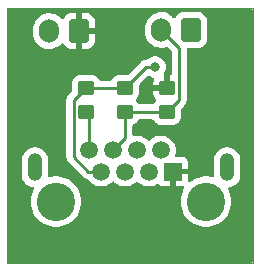
<source format=gbr>
G04 #@! TF.GenerationSoftware,KiCad,Pcbnew,7.0.2*
G04 #@! TF.CreationDate,2023-08-07T19:19:30-05:00*
G04 #@! TF.ProjectId,RJ45GoButton,524a3435-476f-4427-9574-746f6e2e6b69,rev?*
G04 #@! TF.SameCoordinates,Original*
G04 #@! TF.FileFunction,Copper,L2,Bot*
G04 #@! TF.FilePolarity,Positive*
%FSLAX46Y46*%
G04 Gerber Fmt 4.6, Leading zero omitted, Abs format (unit mm)*
G04 Created by KiCad (PCBNEW 7.0.2) date 2023-08-07 19:19:30*
%MOMM*%
%LPD*%
G01*
G04 APERTURE LIST*
G04 Aperture macros list*
%AMRoundRect*
0 Rectangle with rounded corners*
0 $1 Rounding radius*
0 $2 $3 $4 $5 $6 $7 $8 $9 X,Y pos of 4 corners*
0 Add a 4 corners polygon primitive as box body*
4,1,4,$2,$3,$4,$5,$6,$7,$8,$9,$2,$3,0*
0 Add four circle primitives for the rounded corners*
1,1,$1+$1,$2,$3*
1,1,$1+$1,$4,$5*
1,1,$1+$1,$6,$7*
1,1,$1+$1,$8,$9*
0 Add four rect primitives between the rounded corners*
20,1,$1+$1,$2,$3,$4,$5,0*
20,1,$1+$1,$4,$5,$6,$7,0*
20,1,$1+$1,$6,$7,$8,$9,0*
20,1,$1+$1,$8,$9,$2,$3,0*%
G04 Aperture macros list end*
G04 #@! TA.AperFunction,ComponentPad*
%ADD10RoundRect,0.250000X0.600000X0.750000X-0.600000X0.750000X-0.600000X-0.750000X0.600000X-0.750000X0*%
G04 #@! TD*
G04 #@! TA.AperFunction,ComponentPad*
%ADD11O,1.700000X2.000000*%
G04 #@! TD*
G04 #@! TA.AperFunction,WasherPad*
%ADD12C,3.250000*%
G04 #@! TD*
G04 #@! TA.AperFunction,ComponentPad*
%ADD13R,1.500000X1.500000*%
G04 #@! TD*
G04 #@! TA.AperFunction,ComponentPad*
%ADD14C,1.500000*%
G04 #@! TD*
G04 #@! TA.AperFunction,ComponentPad*
%ADD15O,1.259000X2.362000*%
G04 #@! TD*
G04 #@! TA.AperFunction,SMDPad,CuDef*
%ADD16RoundRect,0.250000X-0.450000X0.350000X-0.450000X-0.350000X0.450000X-0.350000X0.450000X0.350000X0*%
G04 #@! TD*
G04 #@! TA.AperFunction,ViaPad*
%ADD17C,0.800000*%
G04 #@! TD*
G04 #@! TA.AperFunction,Conductor*
%ADD18C,0.250000*%
G04 #@! TD*
G04 #@! TA.AperFunction,Profile*
%ADD19C,0.050000*%
G04 #@! TD*
G04 APERTURE END LIST*
D10*
X155940000Y-94400000D03*
D11*
X153440000Y-94400000D03*
D10*
X146450000Y-94490000D03*
D11*
X143950000Y-94490000D03*
D12*
X144529080Y-108922820D03*
X157229080Y-108922820D03*
D13*
X154428380Y-106382820D03*
D14*
X153408380Y-104602820D03*
X152398380Y-106382820D03*
X151378380Y-104602820D03*
X150368380Y-106382820D03*
X149348380Y-104602820D03*
X148338380Y-106382820D03*
X147318380Y-104602820D03*
D15*
X142749080Y-106020870D03*
X159009080Y-106020870D03*
D16*
X150368000Y-99330000D03*
X150368000Y-101330000D03*
X147066000Y-99314000D03*
X147066000Y-101314000D03*
X153924000Y-101346000D03*
X153924000Y-99346000D03*
D17*
X149860000Y-95250000D03*
X159258000Y-112522000D03*
X152146000Y-99568000D03*
X159258000Y-100584000D03*
X151130000Y-112268000D03*
X141732000Y-112268000D03*
X143002000Y-101346000D03*
X152908000Y-97536000D03*
D18*
X154949000Y-95909000D02*
X153440000Y-94400000D01*
X150368000Y-103583200D02*
X150368000Y-101330000D01*
X150368000Y-101330000D02*
X153908000Y-101330000D01*
X154949000Y-100321000D02*
X154949000Y-95909000D01*
X153924000Y-101346000D02*
X154949000Y-100321000D01*
X153908000Y-101330000D02*
X153924000Y-101346000D01*
X149348380Y-104602820D02*
X150368000Y-103583200D01*
X150368000Y-99330000D02*
X152162000Y-97536000D01*
X146041000Y-105146100D02*
X146041000Y-100339000D01*
X152162000Y-97536000D02*
X152908000Y-97536000D01*
X147277720Y-106382820D02*
X146041000Y-105146100D01*
X146041000Y-100339000D02*
X147066000Y-99314000D01*
X150352000Y-99314000D02*
X150368000Y-99330000D01*
X148338380Y-106382820D02*
X147277720Y-106382820D01*
X147066000Y-99314000D02*
X150352000Y-99314000D01*
X147318380Y-101566380D02*
X147066000Y-101314000D01*
X147318380Y-104602820D02*
X147318380Y-101566380D01*
G04 #@! TA.AperFunction,Conductor*
G36*
X161107608Y-92575185D02*
G01*
X161153363Y-92627989D01*
X161164569Y-92679443D01*
X161168276Y-100696500D01*
X161173009Y-110936145D01*
X161174431Y-114010443D01*
X161154777Y-114077491D01*
X161101995Y-114123271D01*
X161050431Y-114134500D01*
X140559500Y-114134500D01*
X140492461Y-114114815D01*
X140446706Y-114062011D01*
X140435500Y-114010500D01*
X140435500Y-106624979D01*
X141611080Y-106624979D01*
X141611345Y-106627835D01*
X141611345Y-106627840D01*
X141625664Y-106782375D01*
X141683380Y-106985224D01*
X141777385Y-107174013D01*
X141904485Y-107342321D01*
X142060341Y-107484402D01*
X142060343Y-107484403D01*
X142060344Y-107484404D01*
X142239657Y-107595430D01*
X142436317Y-107671616D01*
X142580506Y-107698570D01*
X142642785Y-107730237D01*
X142678058Y-107790550D01*
X142675124Y-107860358D01*
X142667817Y-107877506D01*
X142569586Y-108067082D01*
X142569581Y-108067092D01*
X142567637Y-108070845D01*
X142566220Y-108074830D01*
X142566216Y-108074841D01*
X142471317Y-108341863D01*
X142471313Y-108341875D01*
X142469896Y-108345864D01*
X142469033Y-108350014D01*
X142469032Y-108350020D01*
X142411376Y-108627473D01*
X142411374Y-108627484D01*
X142410513Y-108631630D01*
X142410224Y-108635854D01*
X142410223Y-108635862D01*
X142390884Y-108918594D01*
X142390595Y-108922820D01*
X142410513Y-109214010D01*
X142411374Y-109218157D01*
X142411376Y-109218166D01*
X142469032Y-109495619D01*
X142469896Y-109499776D01*
X142471314Y-109503768D01*
X142471317Y-109503776D01*
X142566216Y-109770798D01*
X142567637Y-109774795D01*
X142701917Y-110033942D01*
X142870233Y-110272392D01*
X143069450Y-110485702D01*
X143295858Y-110669898D01*
X143545238Y-110821549D01*
X143812945Y-110937831D01*
X144033791Y-110999709D01*
X144089912Y-111015434D01*
X144089914Y-111015434D01*
X144093992Y-111016577D01*
X144383145Y-111056320D01*
X144387382Y-111056320D01*
X144670778Y-111056320D01*
X144675015Y-111056320D01*
X144964168Y-111016577D01*
X145245215Y-110937831D01*
X145512922Y-110821549D01*
X145762302Y-110669898D01*
X145988710Y-110485702D01*
X146187927Y-110272392D01*
X146356243Y-110033942D01*
X146490523Y-109774795D01*
X146588264Y-109499776D01*
X146647647Y-109214010D01*
X146667565Y-108922820D01*
X146647647Y-108631630D01*
X146588264Y-108345864D01*
X146490523Y-108070845D01*
X146356243Y-107811698D01*
X146187927Y-107573248D01*
X145988710Y-107359938D01*
X145985428Y-107357268D01*
X145985425Y-107357265D01*
X145765594Y-107178420D01*
X145765591Y-107178418D01*
X145762302Y-107175742D01*
X145758678Y-107173538D01*
X145758675Y-107173536D01*
X145516540Y-107026291D01*
X145516538Y-107026290D01*
X145512922Y-107024091D01*
X145448253Y-106996001D01*
X145249096Y-106909494D01*
X145249086Y-106909490D01*
X145245215Y-106907809D01*
X145219286Y-106900544D01*
X144968247Y-106830205D01*
X144968234Y-106830202D01*
X144964168Y-106829063D01*
X144959981Y-106828487D01*
X144959969Y-106828485D01*
X144679212Y-106789896D01*
X144679199Y-106789895D01*
X144675015Y-106789320D01*
X144383145Y-106789320D01*
X144378961Y-106789895D01*
X144378947Y-106789896D01*
X144098190Y-106828485D01*
X144098175Y-106828487D01*
X144093992Y-106829063D01*
X144089923Y-106830202D01*
X144089899Y-106830208D01*
X144035702Y-106845393D01*
X143965838Y-106844524D01*
X143907534Y-106806022D01*
X143879302Y-106742110D01*
X143878779Y-106714557D01*
X143887080Y-106624979D01*
X143887080Y-105416761D01*
X143872495Y-105259367D01*
X143872495Y-105259364D01*
X143814779Y-105056515D01*
X143720774Y-104867726D01*
X143593674Y-104699418D01*
X143437818Y-104557337D01*
X143258503Y-104446310D01*
X143258502Y-104446310D01*
X143061843Y-104370124D01*
X142854531Y-104331370D01*
X142643629Y-104331370D01*
X142436316Y-104370123D01*
X142436317Y-104370124D01*
X142239656Y-104446310D01*
X142060341Y-104557337D01*
X141904485Y-104699418D01*
X141777385Y-104867726D01*
X141683380Y-105056515D01*
X141625664Y-105259364D01*
X141611345Y-105413899D01*
X141611080Y-105416761D01*
X141611080Y-106624979D01*
X140435500Y-106624979D01*
X140435500Y-100318941D01*
X145402780Y-100318941D01*
X145406950Y-100363057D01*
X145407500Y-100374726D01*
X145407500Y-105062467D01*
X145405210Y-105083208D01*
X145407439Y-105154116D01*
X145407500Y-105158012D01*
X145407500Y-105185956D01*
X145407987Y-105189816D01*
X145407988Y-105189822D01*
X145408019Y-105190065D01*
X145408934Y-105201696D01*
X145410326Y-105245988D01*
X145416022Y-105265592D01*
X145419967Y-105284644D01*
X145422525Y-105304898D01*
X145438838Y-105346101D01*
X145442621Y-105357149D01*
X145454982Y-105399693D01*
X145465374Y-105417266D01*
X145473931Y-105434733D01*
X145481448Y-105453718D01*
X145507491Y-105489563D01*
X145513905Y-105499327D01*
X145536458Y-105537462D01*
X145550890Y-105551894D01*
X145563526Y-105566689D01*
X145575526Y-105583205D01*
X145609667Y-105611449D01*
X145618308Y-105619312D01*
X146770630Y-106771634D01*
X146783679Y-106787921D01*
X146785719Y-106789836D01*
X146785720Y-106789838D01*
X146835421Y-106836510D01*
X146838185Y-106839189D01*
X146857950Y-106858954D01*
X146861204Y-106861478D01*
X146870087Y-106869064D01*
X146902399Y-106899406D01*
X146920292Y-106909242D01*
X146936551Y-106919923D01*
X146952679Y-106932433D01*
X146993345Y-106950030D01*
X147003826Y-106955166D01*
X147025287Y-106966964D01*
X147042660Y-106976515D01*
X147062430Y-106981591D01*
X147080835Y-106987891D01*
X147099575Y-106996001D01*
X147143350Y-107002933D01*
X147154769Y-107005299D01*
X147197690Y-107016320D01*
X147197693Y-107016320D01*
X147211694Y-107019915D01*
X147271732Y-107055653D01*
X147282427Y-107068890D01*
X147370631Y-107194858D01*
X147526342Y-107350569D01*
X147706726Y-107476876D01*
X147906304Y-107569940D01*
X148119009Y-107626935D01*
X148260391Y-107639304D01*
X148338379Y-107646127D01*
X148338379Y-107646126D01*
X148338380Y-107646127D01*
X148557751Y-107626935D01*
X148770456Y-107569940D01*
X148970034Y-107476876D01*
X149150418Y-107350569D01*
X149265698Y-107235287D01*
X149327022Y-107201803D01*
X149396714Y-107206787D01*
X149441061Y-107235288D01*
X149556342Y-107350569D01*
X149736726Y-107476876D01*
X149936304Y-107569940D01*
X150149009Y-107626935D01*
X150368380Y-107646127D01*
X150587751Y-107626935D01*
X150800456Y-107569940D01*
X151000034Y-107476876D01*
X151180418Y-107350569D01*
X151295698Y-107235288D01*
X151357022Y-107201803D01*
X151426714Y-107206787D01*
X151471061Y-107235288D01*
X151586342Y-107350569D01*
X151766726Y-107476876D01*
X151966304Y-107569940D01*
X152179009Y-107626935D01*
X152398380Y-107646127D01*
X152617751Y-107626935D01*
X152830456Y-107569940D01*
X153030034Y-107476876D01*
X153116208Y-107416535D01*
X153182413Y-107394208D01*
X153250180Y-107411218D01*
X153286598Y-107443799D01*
X153321190Y-107490008D01*
X153436290Y-107576172D01*
X153571008Y-107626419D01*
X153627247Y-107632465D01*
X153633862Y-107632820D01*
X154178380Y-107632820D01*
X154178380Y-106669773D01*
X154245019Y-106721641D01*
X154364969Y-106762820D01*
X154459866Y-106762820D01*
X154553472Y-106747200D01*
X154665008Y-106686840D01*
X154678380Y-106672314D01*
X154678380Y-107632820D01*
X155222898Y-107632820D01*
X155229510Y-107632465D01*
X155281275Y-107626900D01*
X155350034Y-107639304D01*
X155401172Y-107686914D01*
X155418452Y-107754614D01*
X155400719Y-107813828D01*
X155401917Y-107811698D01*
X155400590Y-107814257D01*
X155400588Y-107814261D01*
X155399978Y-107815438D01*
X155399973Y-107815448D01*
X155269586Y-108067082D01*
X155269581Y-108067092D01*
X155267637Y-108070845D01*
X155266220Y-108074830D01*
X155266216Y-108074841D01*
X155171317Y-108341863D01*
X155171313Y-108341875D01*
X155169896Y-108345864D01*
X155169033Y-108350014D01*
X155169032Y-108350020D01*
X155111376Y-108627473D01*
X155111374Y-108627484D01*
X155110513Y-108631630D01*
X155110224Y-108635854D01*
X155110223Y-108635862D01*
X155090884Y-108918594D01*
X155090595Y-108922820D01*
X155110513Y-109214010D01*
X155111374Y-109218157D01*
X155111376Y-109218166D01*
X155169032Y-109495619D01*
X155169896Y-109499776D01*
X155171314Y-109503768D01*
X155171317Y-109503776D01*
X155266216Y-109770798D01*
X155267637Y-109774795D01*
X155401917Y-110033942D01*
X155570233Y-110272392D01*
X155769450Y-110485702D01*
X155995858Y-110669898D01*
X156245238Y-110821549D01*
X156512945Y-110937831D01*
X156733791Y-110999709D01*
X156789912Y-111015434D01*
X156789914Y-111015434D01*
X156793992Y-111016577D01*
X157083145Y-111056320D01*
X157087382Y-111056320D01*
X157370778Y-111056320D01*
X157375015Y-111056320D01*
X157664168Y-111016577D01*
X157945215Y-110937831D01*
X158212922Y-110821549D01*
X158462302Y-110669898D01*
X158688710Y-110485702D01*
X158887927Y-110272392D01*
X159056243Y-110033942D01*
X159190523Y-109774795D01*
X159288264Y-109499776D01*
X159347647Y-109214010D01*
X159367565Y-108922820D01*
X159347647Y-108631630D01*
X159288264Y-108345864D01*
X159190523Y-108070845D01*
X159090341Y-107877505D01*
X159076977Y-107808927D01*
X159102811Y-107744008D01*
X159159641Y-107703362D01*
X159177643Y-107698571D01*
X159321843Y-107671616D01*
X159518503Y-107595430D01*
X159697816Y-107484404D01*
X159853675Y-107342320D01*
X159980772Y-107174016D01*
X159980772Y-107174014D01*
X159980774Y-107174013D01*
X160074779Y-106985224D01*
X160132495Y-106782375D01*
X160138780Y-106714548D01*
X160147080Y-106624979D01*
X160147080Y-105416761D01*
X160132495Y-105259367D01*
X160132495Y-105259364D01*
X160074779Y-105056515D01*
X159980774Y-104867726D01*
X159853674Y-104699418D01*
X159697818Y-104557337D01*
X159518503Y-104446310D01*
X159518502Y-104446310D01*
X159321843Y-104370124D01*
X159114531Y-104331370D01*
X158903629Y-104331370D01*
X158696316Y-104370123D01*
X158696317Y-104370124D01*
X158499656Y-104446310D01*
X158320341Y-104557337D01*
X158164485Y-104699418D01*
X158037385Y-104867726D01*
X157943380Y-105056515D01*
X157885664Y-105259364D01*
X157871345Y-105413899D01*
X157871080Y-105416761D01*
X157871080Y-106624979D01*
X157871345Y-106627835D01*
X157871345Y-106627840D01*
X157879380Y-106714550D01*
X157865965Y-106783119D01*
X157817608Y-106833551D01*
X157749662Y-106849834D01*
X157722456Y-106845393D01*
X157668255Y-106830207D01*
X157668239Y-106830203D01*
X157664168Y-106829063D01*
X157659981Y-106828487D01*
X157659969Y-106828485D01*
X157379212Y-106789896D01*
X157379199Y-106789895D01*
X157375015Y-106789320D01*
X157083145Y-106789320D01*
X157078961Y-106789895D01*
X157078947Y-106789896D01*
X156798190Y-106828485D01*
X156798175Y-106828487D01*
X156793992Y-106829063D01*
X156789928Y-106830201D01*
X156789912Y-106830205D01*
X156517016Y-106906668D01*
X156517011Y-106906669D01*
X156512945Y-106907809D01*
X156509078Y-106909488D01*
X156509063Y-106909494D01*
X156249121Y-107022404D01*
X156249116Y-107022406D01*
X156245238Y-107024091D01*
X156241627Y-107026286D01*
X156241619Y-107026291D01*
X155999484Y-107173536D01*
X155999473Y-107173543D01*
X155995858Y-107175742D01*
X155992570Y-107178416D01*
X155992567Y-107178419D01*
X155880634Y-107269483D01*
X155816208Y-107296521D01*
X155747392Y-107284435D01*
X155696034Y-107237063D01*
X155678380Y-107173294D01*
X155678380Y-106632820D01*
X154714737Y-106632820D01*
X154750902Y-106593534D01*
X154801845Y-106477394D01*
X154812318Y-106351006D01*
X154781185Y-106228065D01*
X154718959Y-106132820D01*
X155678380Y-106132820D01*
X155678380Y-105588301D01*
X155678025Y-105581687D01*
X155671979Y-105525448D01*
X155621732Y-105390730D01*
X155535568Y-105275631D01*
X155420469Y-105189467D01*
X155285751Y-105139220D01*
X155229512Y-105133174D01*
X155222898Y-105132820D01*
X154730862Y-105132820D01*
X154663823Y-105113135D01*
X154618068Y-105060331D01*
X154608124Y-104991173D01*
X154611087Y-104976726D01*
X154617902Y-104951291D01*
X154652495Y-104822191D01*
X154671687Y-104602820D01*
X154652495Y-104383449D01*
X154595500Y-104170744D01*
X154502436Y-103971167D01*
X154376129Y-103790782D01*
X154220418Y-103635071D01*
X154040034Y-103508764D01*
X153904376Y-103445506D01*
X153840457Y-103415700D01*
X153627748Y-103358704D01*
X153408379Y-103339512D01*
X153189011Y-103358704D01*
X152976302Y-103415700D01*
X152776729Y-103508763D01*
X152776727Y-103508764D01*
X152764501Y-103517325D01*
X152596341Y-103635071D01*
X152481061Y-103750352D01*
X152419738Y-103783836D01*
X152350046Y-103778852D01*
X152305699Y-103750352D01*
X152305698Y-103750351D01*
X152190418Y-103635071D01*
X152010034Y-103508764D01*
X151874376Y-103445506D01*
X151810457Y-103415700D01*
X151597748Y-103358704D01*
X151378379Y-103339512D01*
X151159011Y-103358704D01*
X151157594Y-103359084D01*
X151155295Y-103359029D01*
X151148201Y-103359650D01*
X151148131Y-103358858D01*
X151087744Y-103357421D01*
X151029881Y-103318259D01*
X151002377Y-103254030D01*
X151001500Y-103239309D01*
X151001500Y-102507794D01*
X151021185Y-102440755D01*
X151073989Y-102395000D01*
X151086491Y-102390090D01*
X151140738Y-102372115D01*
X151291652Y-102279030D01*
X151417030Y-102153652D01*
X151497986Y-102022402D01*
X151549933Y-101975679D01*
X151603524Y-101963500D01*
X152678607Y-101963500D01*
X152745646Y-101983185D01*
X152784146Y-102022403D01*
X152874971Y-102169654D01*
X153000345Y-102295028D01*
X153000347Y-102295029D01*
X153000348Y-102295030D01*
X153151262Y-102388115D01*
X153235418Y-102416001D01*
X153319573Y-102443887D01*
X153365602Y-102448589D01*
X153423455Y-102454500D01*
X154424544Y-102454499D01*
X154528426Y-102443887D01*
X154696738Y-102388115D01*
X154847652Y-102295030D01*
X154973030Y-102169652D01*
X155066115Y-102018738D01*
X155121887Y-101850426D01*
X155132500Y-101746545D01*
X155132499Y-101084765D01*
X155152183Y-101017727D01*
X155168809Y-100997094D01*
X155337817Y-100828085D01*
X155354100Y-100815043D01*
X155402657Y-100763333D01*
X155405310Y-100760593D01*
X155425135Y-100740770D01*
X155427660Y-100737513D01*
X155435251Y-100728624D01*
X155465586Y-100696321D01*
X155475419Y-100678432D01*
X155486100Y-100662172D01*
X155498614Y-100646041D01*
X155516207Y-100605381D01*
X155521343Y-100594895D01*
X155542695Y-100556060D01*
X155547773Y-100536277D01*
X155554070Y-100517885D01*
X155562181Y-100499145D01*
X155569112Y-100455376D01*
X155571478Y-100443953D01*
X155582500Y-100401030D01*
X155582500Y-100380613D01*
X155584027Y-100361214D01*
X155587220Y-100341057D01*
X155583050Y-100296942D01*
X155582500Y-100285273D01*
X155582500Y-96032499D01*
X155602185Y-95965460D01*
X155654989Y-95919705D01*
X155706500Y-95908499D01*
X156587395Y-95908499D01*
X156590544Y-95908499D01*
X156694426Y-95897887D01*
X156862738Y-95842115D01*
X157013652Y-95749030D01*
X157139030Y-95623652D01*
X157232115Y-95472738D01*
X157287887Y-95304426D01*
X157298500Y-95200545D01*
X157298499Y-93599456D01*
X157287887Y-93495574D01*
X157232115Y-93327262D01*
X157139030Y-93176348D01*
X157139029Y-93176347D01*
X157139028Y-93176345D01*
X157013654Y-93050971D01*
X156915325Y-92990321D01*
X156862738Y-92957885D01*
X156862737Y-92957884D01*
X156862736Y-92957884D01*
X156694426Y-92902112D01*
X156593675Y-92891819D01*
X156593659Y-92891818D01*
X156590545Y-92891500D01*
X156587397Y-92891500D01*
X155292604Y-92891500D01*
X155292584Y-92891500D01*
X155289456Y-92891501D01*
X155286325Y-92891820D01*
X155286321Y-92891821D01*
X155185574Y-92902112D01*
X155017263Y-92957884D01*
X154866345Y-93050971D01*
X154740971Y-93176345D01*
X154710021Y-93226524D01*
X154649583Y-93324508D01*
X154597637Y-93371231D01*
X154528674Y-93382454D01*
X154464592Y-93354610D01*
X154454523Y-93345210D01*
X154384025Y-93271654D01*
X154340772Y-93226524D01*
X154276535Y-93179015D01*
X154154847Y-93089015D01*
X153948357Y-92984905D01*
X153727243Y-92917189D01*
X153727243Y-92917188D01*
X153497865Y-92887816D01*
X153497862Y-92887816D01*
X153266824Y-92897630D01*
X153040759Y-92946351D01*
X152826190Y-93032572D01*
X152629268Y-93153822D01*
X152455677Y-93306600D01*
X152310399Y-93486524D01*
X152197619Y-93688408D01*
X152120579Y-93906452D01*
X152081500Y-94134372D01*
X152081500Y-94134374D01*
X152081500Y-94134375D01*
X152081500Y-94607713D01*
X152081722Y-94610328D01*
X152081723Y-94610338D01*
X152096198Y-94780414D01*
X152096198Y-94780417D01*
X152096199Y-94780418D01*
X152154470Y-95004207D01*
X152154471Y-95004210D01*
X152154472Y-95004212D01*
X152249720Y-95214926D01*
X152377157Y-95403476D01*
X152379217Y-95406523D01*
X152539228Y-95573476D01*
X152725153Y-95710985D01*
X152931643Y-95815095D01*
X153152757Y-95882811D01*
X153382135Y-95912184D01*
X153613178Y-95902369D01*
X153839238Y-95853649D01*
X153876310Y-95838751D01*
X153945853Y-95832021D01*
X154007997Y-95863956D01*
X154010225Y-95866129D01*
X154279181Y-96135085D01*
X154312666Y-96196408D01*
X154315500Y-96222766D01*
X154315500Y-98122000D01*
X154295815Y-98189039D01*
X154243011Y-98234794D01*
X154191500Y-98246000D01*
X154174000Y-98246000D01*
X154174000Y-99472000D01*
X154154315Y-99539039D01*
X154101511Y-99584794D01*
X154050000Y-99596000D01*
X152724001Y-99596000D01*
X152724001Y-99742829D01*
X152724321Y-99749111D01*
X152734493Y-99848695D01*
X152789642Y-100015122D01*
X152881683Y-100164345D01*
X152969646Y-100252308D01*
X153003131Y-100313631D01*
X152998147Y-100383323D01*
X152969647Y-100427670D01*
X152874967Y-100522350D01*
X152803882Y-100637597D01*
X152751934Y-100684322D01*
X152698344Y-100696500D01*
X151603524Y-100696500D01*
X151536485Y-100676815D01*
X151497985Y-100637597D01*
X151478115Y-100605383D01*
X151417030Y-100506348D01*
X151417029Y-100506347D01*
X151417028Y-100506345D01*
X151328363Y-100417680D01*
X151294878Y-100356357D01*
X151299862Y-100286665D01*
X151328362Y-100242319D01*
X151417030Y-100153652D01*
X151510115Y-100002738D01*
X151565887Y-99834426D01*
X151576500Y-99730545D01*
X151576499Y-99068765D01*
X151596183Y-99001727D01*
X151612813Y-98981090D01*
X152269524Y-98324379D01*
X152330845Y-98290896D01*
X152400537Y-98295880D01*
X152430085Y-98311742D01*
X152447481Y-98324381D01*
X152451248Y-98327118D01*
X152625714Y-98404795D01*
X152746859Y-98430545D01*
X152808341Y-98463737D01*
X152842117Y-98524900D01*
X152837465Y-98594615D01*
X152826617Y-98616931D01*
X152789642Y-98676877D01*
X152734493Y-98843303D01*
X152724319Y-98942890D01*
X152724000Y-98949168D01*
X152724000Y-99096000D01*
X153674000Y-99096000D01*
X153674000Y-98246000D01*
X153660845Y-98232845D01*
X153627360Y-98171522D01*
X153632344Y-98101830D01*
X153641139Y-98083164D01*
X153742527Y-97907556D01*
X153742526Y-97907555D01*
X153801542Y-97725928D01*
X153821504Y-97536000D01*
X153801542Y-97346072D01*
X153742527Y-97164444D01*
X153742527Y-97164443D01*
X153647042Y-96999058D01*
X153616682Y-96965340D01*
X153519253Y-96857134D01*
X153364752Y-96744882D01*
X153364751Y-96744881D01*
X153190285Y-96667204D01*
X153003489Y-96627500D01*
X153003487Y-96627500D01*
X152812513Y-96627500D01*
X152812511Y-96627500D01*
X152625714Y-96667204D01*
X152451248Y-96744881D01*
X152296743Y-96857136D01*
X152294311Y-96859838D01*
X152234824Y-96896485D01*
X152206060Y-96900801D01*
X152153983Y-96902439D01*
X152150087Y-96902500D01*
X152122144Y-96902500D01*
X152118277Y-96902988D01*
X152118268Y-96902989D01*
X152118032Y-96903019D01*
X152106405Y-96903934D01*
X152062110Y-96905326D01*
X152042507Y-96911022D01*
X152023455Y-96914967D01*
X152003203Y-96917525D01*
X151961999Y-96933839D01*
X151950953Y-96937620D01*
X151908407Y-96949982D01*
X151890827Y-96960377D01*
X151873370Y-96968930D01*
X151854378Y-96976449D01*
X151818534Y-97002491D01*
X151808777Y-97008901D01*
X151770638Y-97031457D01*
X151756200Y-97045895D01*
X151741411Y-97058525D01*
X151724894Y-97070525D01*
X151696644Y-97104673D01*
X151688783Y-97113311D01*
X150616913Y-98185181D01*
X150555590Y-98218666D01*
X150529232Y-98221500D01*
X149870604Y-98221500D01*
X149870584Y-98221500D01*
X149867456Y-98221501D01*
X149864325Y-98221820D01*
X149864321Y-98221821D01*
X149763574Y-98232112D01*
X149595263Y-98287884D01*
X149444345Y-98380971D01*
X149318969Y-98506347D01*
X149247882Y-98621597D01*
X149195934Y-98668322D01*
X149142344Y-98680500D01*
X148301524Y-98680500D01*
X148234485Y-98660815D01*
X148195985Y-98621597D01*
X148179342Y-98594615D01*
X148115030Y-98490348D01*
X148115029Y-98490347D01*
X148115028Y-98490345D01*
X147989654Y-98364971D01*
X147877640Y-98295880D01*
X147838738Y-98271885D01*
X147838737Y-98271884D01*
X147838736Y-98271884D01*
X147670426Y-98216112D01*
X147569675Y-98205819D01*
X147569659Y-98205818D01*
X147566545Y-98205500D01*
X147563397Y-98205500D01*
X146568604Y-98205500D01*
X146568584Y-98205500D01*
X146565456Y-98205501D01*
X146562325Y-98205820D01*
X146562321Y-98205821D01*
X146461574Y-98216112D01*
X146293263Y-98271884D01*
X146142345Y-98364971D01*
X146016971Y-98490345D01*
X145923884Y-98641263D01*
X145868112Y-98809573D01*
X145857819Y-98910324D01*
X145857818Y-98910341D01*
X145857500Y-98913455D01*
X145857500Y-98916601D01*
X145857500Y-98916602D01*
X145857500Y-99575232D01*
X145837815Y-99642271D01*
X145821181Y-99662913D01*
X145652182Y-99831912D01*
X145635901Y-99844955D01*
X145587338Y-99896669D01*
X145584633Y-99899461D01*
X145564865Y-99919230D01*
X145562487Y-99922293D01*
X145562470Y-99922314D01*
X145562311Y-99922521D01*
X145554753Y-99931368D01*
X145524414Y-99963677D01*
X145514582Y-99981563D01*
X145503901Y-99997823D01*
X145491385Y-100013959D01*
X145473786Y-100054628D01*
X145468648Y-100065117D01*
X145447303Y-100103943D01*
X145442226Y-100123718D01*
X145435925Y-100142123D01*
X145427818Y-100160856D01*
X145420888Y-100204610D01*
X145418520Y-100216046D01*
X145407500Y-100258969D01*
X145407500Y-100279384D01*
X145405973Y-100298783D01*
X145402780Y-100318941D01*
X140435500Y-100318941D01*
X140435500Y-94697713D01*
X142591500Y-94697713D01*
X142591722Y-94700328D01*
X142591723Y-94700338D01*
X142606198Y-94870414D01*
X142606198Y-94870417D01*
X142606199Y-94870418D01*
X142664470Y-95094207D01*
X142664471Y-95094210D01*
X142664472Y-95094212D01*
X142759720Y-95304926D01*
X142828387Y-95406523D01*
X142889217Y-95496523D01*
X143049228Y-95663476D01*
X143235153Y-95800985D01*
X143441643Y-95905095D01*
X143662757Y-95972811D01*
X143892135Y-96002184D01*
X144123178Y-95992369D01*
X144349238Y-95943649D01*
X144563813Y-95857426D01*
X144760730Y-95736179D01*
X144934324Y-95583398D01*
X144963902Y-95546764D01*
X145021330Y-95506973D01*
X145091157Y-95504545D01*
X145151212Y-95540254D01*
X145165917Y-95559567D01*
X145257684Y-95708346D01*
X145381654Y-95832316D01*
X145530877Y-95924357D01*
X145697303Y-95979506D01*
X145796890Y-95989680D01*
X145803168Y-95989999D01*
X146199999Y-95989999D01*
X146200000Y-95989998D01*
X146200000Y-94925501D01*
X146307685Y-94974680D01*
X146414237Y-94990000D01*
X146485763Y-94990000D01*
X146592315Y-94974680D01*
X146700000Y-94925501D01*
X146700000Y-95989999D01*
X147096829Y-95989999D01*
X147103111Y-95989678D01*
X147202695Y-95979506D01*
X147369122Y-95924357D01*
X147518345Y-95832316D01*
X147642316Y-95708345D01*
X147734357Y-95559122D01*
X147789506Y-95392696D01*
X147799680Y-95293109D01*
X147800000Y-95286831D01*
X147800000Y-94740000D01*
X146883686Y-94740000D01*
X146909493Y-94699844D01*
X146950000Y-94561889D01*
X146950000Y-94418111D01*
X146909493Y-94280156D01*
X146883686Y-94240000D01*
X147799999Y-94240000D01*
X147799999Y-93693170D01*
X147799678Y-93686888D01*
X147789506Y-93587304D01*
X147734357Y-93420877D01*
X147642316Y-93271654D01*
X147518345Y-93147683D01*
X147369122Y-93055642D01*
X147202696Y-93000493D01*
X147103109Y-92990319D01*
X147096832Y-92990000D01*
X146700000Y-92990000D01*
X146700000Y-94054498D01*
X146592315Y-94005320D01*
X146485763Y-93990000D01*
X146414237Y-93990000D01*
X146307685Y-94005320D01*
X146200000Y-94054498D01*
X146200000Y-92990000D01*
X145803171Y-92990000D01*
X145796888Y-92990321D01*
X145697304Y-93000493D01*
X145530877Y-93055642D01*
X145381654Y-93147683D01*
X145257684Y-93271653D01*
X145165661Y-93420847D01*
X145113713Y-93467571D01*
X145044750Y-93478794D01*
X144980668Y-93450950D01*
X144970599Y-93441550D01*
X144913960Y-93382454D01*
X144850772Y-93316524D01*
X144664847Y-93179015D01*
X144458357Y-93074905D01*
X144237243Y-93007189D01*
X144007865Y-92977816D01*
X144007862Y-92977816D01*
X143776824Y-92987630D01*
X143550759Y-93036351D01*
X143336190Y-93122572D01*
X143139268Y-93243822D01*
X142965677Y-93396600D01*
X142820399Y-93576524D01*
X142707619Y-93778408D01*
X142630579Y-93996452D01*
X142591500Y-94224372D01*
X142591500Y-94224375D01*
X142591500Y-94697713D01*
X140435500Y-94697713D01*
X140435500Y-92679500D01*
X140455185Y-92612461D01*
X140507989Y-92566706D01*
X140559500Y-92555500D01*
X161040569Y-92555500D01*
X161107608Y-92575185D01*
G37*
G04 #@! TD.AperFunction*
D19*
X161190000Y-92530000D02*
X161200000Y-114160000D01*
X140410000Y-114160000D02*
X140410000Y-92530000D01*
X161200000Y-114160000D02*
X140410000Y-114160000D01*
X140410000Y-92530000D02*
X161190000Y-92530000D01*
M02*

</source>
